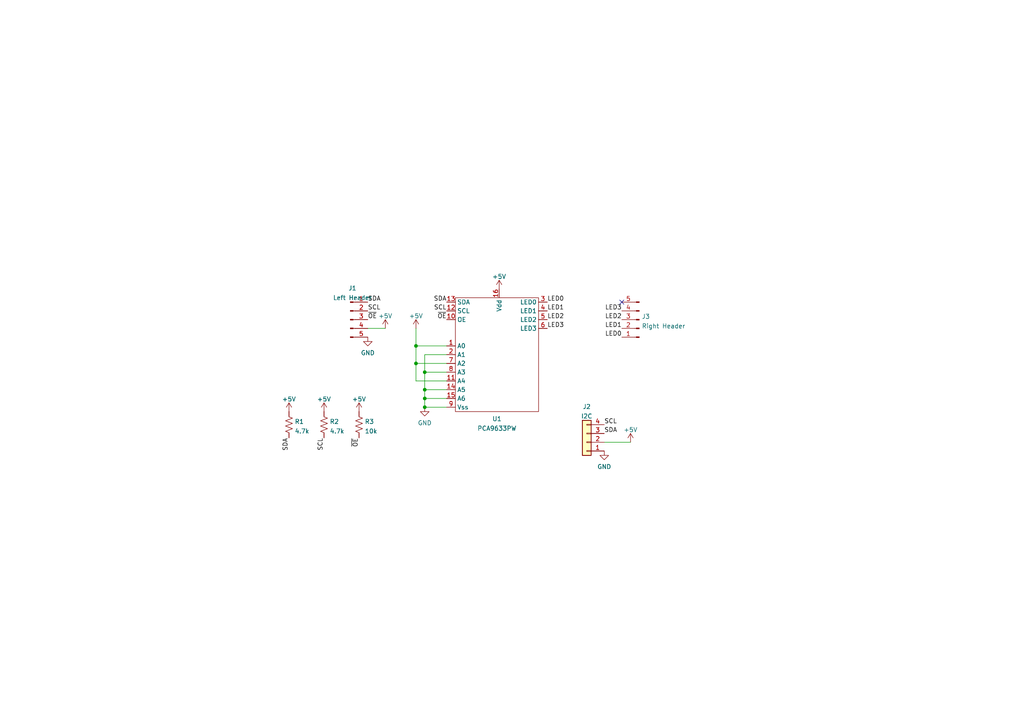
<source format=kicad_sch>
(kicad_sch (version 20211123) (generator eeschema)
  (paper "A4")
  (title_block (title "PCA9633PW Breakout") (date "2022-02-05") (rev "v1") (comment 1 "https://creativecommons.org/licenses/by/4.0/") (comment 2 "CC BY 4.0"))
  (lib_symbols
    (symbol "Connector:Conn_01x05_Male" (pin_names (offset 1.016) hide)
      (property "Reference" "J" (at 0 7.62 0))
      (property "Value" "Conn_01x05_Male" (at 0 -7.62 0))
      (symbol "Conn_01x05_Male_1_1"
        (polyline (pts (xy 1.27 -5.08) (xy 0.8636 -5.08)) (stroke (width 0.1524)))
        (polyline (pts (xy 1.27 -2.54) (xy 0.8636 -2.54)) (stroke (width 0.1524)))
        (polyline (pts (xy 1.27 0) (xy 0.8636 0)) (stroke (width 0.1524)))
        (polyline (pts (xy 1.27 2.54) (xy 0.8636 2.54)) (stroke (width 0.1524)))
        (polyline (pts (xy 1.27 5.08) (xy 0.8636 5.08)) (stroke (width 0.1524)))
        (rectangle (start 0.8636 -4.953) (end 0 -5.207) (stroke (width 0.1524)) (fill (type outline)))
        (rectangle (start 0.8636 -2.413) (end 0 -2.667) (stroke (width 0.1524)) (fill (type outline)))
        (rectangle (start 0.8636 0.127) (end 0 -0.127) (stroke (width 0.1524)) (fill (type outline)))
        (rectangle (start 0.8636 2.667) (end 0 2.413) (stroke (width 0.1524)) (fill (type outline)))
        (rectangle (start 0.8636 5.207) (end 0 4.953) (stroke (width 0.1524)) (fill (type outline)))
        (pin passive line (at 5.08 5.08 180) (length 3.81) (name "Pin_1") (number "1"))
        (pin passive line (at 5.08 2.54 180) (length 3.81) (name "Pin_2") (number "2"))
        (pin passive line (at 5.08 0 180) (length 3.81) (name "Pin_3") (number "3"))
        (pin passive line (at 5.08 -2.54 180) (length 3.81) (name "Pin_4") (number "4"))
        (pin passive line (at 5.08 -5.08 180) (length 3.81) (name "Pin_5") (number "5"))
      )
    )
    (symbol "Connector_Generic:Conn_01x04" (pin_names (offset 1.016) hide)
      (property "Reference" "J" (at 0 5.08 0))
      (property "Value" "Conn_01x04" (at 0 -7.62 0))
      (symbol "Conn_01x04_1_1"
        (rectangle (start -1.27 -4.953) (end 0 -5.207) (stroke (width 0.1524)))
        (rectangle (start -1.27 -2.413) (end 0 -2.667) (stroke (width 0.1524)))
        (rectangle (start -1.27 0.127) (end 0 -0.127) (stroke (width 0.1524)))
        (rectangle (start -1.27 2.667) (end 0 2.413) (stroke (width 0.1524)))
        (rectangle (start -1.27 3.81) (end 1.27 -6.35) (stroke (width 0.254)) (fill (type background)))
        (pin passive line (at -5.08 2.54 0) (length 3.81) (name "Pin_1") (number "1"))
        (pin passive line (at -5.08 0 0) (length 3.81) (name "Pin_2") (number "2"))
        (pin passive line (at -5.08 -2.54 0) (length 3.81) (name "Pin_3") (number "3"))
        (pin passive line (at -5.08 -5.08 0) (length 3.81) (name "Pin_4") (number "4"))
      )
    )
    (symbol "Device:R_US" (pin_numbers hide) (pin_names (offset 0))
      (property "Reference" "R" (at 2.54 0 90))
      (property "Value" "R_US" (at -2.54 0 90))
      (symbol "R_US_0_1"
        (polyline (pts (xy 0 -2.286) (xy 0 -2.54)))
        (polyline (pts (xy 0 2.286) (xy 0 2.54)))
        (polyline (pts (xy 0 -0.762) (xy 1.016 -1.143) (xy 0 -1.524) (xy -1.016 -1.905) (xy 0 -2.286)))
        (polyline (pts (xy 0 0.762) (xy 1.016 0.381) (xy 0 0) (xy -1.016 -0.381) (xy 0 -0.762)))
        (polyline (pts (xy 0 2.286) (xy 1.016 1.905) (xy 0 1.524) (xy -1.016 1.143) (xy 0 0.762)))
      )
      (symbol "R_US_1_1"
        (pin passive line (at 0 3.81 270) (length 1.27) (name "~") (number "1"))
        (pin passive line (at 0 -3.81 90) (length 1.27) (name "~") (number "2"))
      )
    )
    (symbol "Driver_LED:PCA9633PW"
      (property "Reference" "U" (at 0 0 0))
      (property "Value" "PCA9633PW" (at 0 5.08 0))
      (symbol "PCA9633PW_0_1"
        (rectangle (start 11.43 -16.51) (end -12.7 16.51) (stroke (width 0.1524)))
      )
      (symbol "PCA9633PW_1_1"
        (pin input line (at -15.24 2.54 0) (length 2.54) (name "A0") (number "1"))
        (pin input line (at -15.24 10.16 0) (length 2.54) (name "OE") (number "10"))
        (pin input line (at -15.24 -7.62 0) (length 2.54) (name "A4") (number "11"))
        (pin input line (at -15.24 12.7 0) (length 2.54) (name "SCL") (number "12"))
        (pin input line (at -15.24 15.24 0) (length 2.54) (name "SDA") (number "13"))
        (pin input line (at -15.24 -10.16 0) (length 2.54) (name "A5") (number "14"))
        (pin input line (at -15.24 -12.7 0) (length 2.54) (name "A6") (number "15"))
        (pin power_in line (at 0 19.05 270) (length 2.54) (name "Vdd") (number "16"))
        (pin input line (at -15.24 0 0) (length 2.54) (name "A1") (number "2"))
        (pin output line (at 13.97 15.24 180) (length 2.54) (name "LED0") (number "3"))
        (pin output line (at 13.97 12.7 180) (length 2.54) (name "LED1") (number "4"))
        (pin output line (at 13.97 10.16 180) (length 2.54) (name "LED2") (number "5"))
        (pin output line (at 13.97 7.62 180) (length 2.54) (name "LED3") (number "6"))
        (pin input line (at -15.24 -2.54 0) (length 2.54) (name "A2") (number "7"))
        (pin input line (at -15.24 -5.08 0) (length 2.54) (name "A3") (number "8"))
        (pin power_in line (at -15.24 -15.24 0) (length 2.54) (name "Vss") (number "9"))
      )
    )
    (symbol "power:+5V" (power) (pin_names (offset 0))
      (property "Value" "+5V" (at 0 3.556 0))
      (symbol "+5V_0_1"
        (polyline (pts (xy -0.762 1.27) (xy 0 2.54)))
        (polyline (pts (xy 0 0) (xy 0 2.54)))
        (polyline (pts (xy 0 2.54) (xy 0.762 1.27)))
      )
      (symbol "+5V_1_1"
        (pin power_in line (at 0 0 90) (length 0) hide (name "+5V") (number "1"))
      )
    )
    (symbol "power:GND" (power) (pin_names (offset 0))
      (property "Value" "GND" (at 0 -3.81 0))
      (symbol "GND_0_1"
        (polyline (pts (xy 0 0) (xy 0 -1.27) (xy 1.27 -1.27) (xy 0 -2.54) (xy -1.27 -1.27) (xy 0 -1.27)))
      )
      (symbol "GND_1_1"
        (pin power_in line (at 0 0 270) (length 0) hide (name "GND") (number "1"))
      )
    )
  )
  (junction (at 123.19 107.95))
  (junction (at 123.19 113.03))
  (junction (at 123.19 115.57))
  (junction (at 120.65 100.33))
  (junction (at 120.65 105.41))
  (junction (at 123.19 118.11))
  (no_connect (at 180.34 87.63))
  (wire (pts (xy 129.54 115.57) (xy 123.19 115.57)))
  (wire (pts (xy 106.68 95.25) (xy 111.76 95.25)))
  (wire (pts (xy 123.19 118.11) (xy 129.54 118.11)))
  (wire (pts (xy 123.19 113.03) (xy 123.19 115.57)))
  (wire (pts (xy 120.65 100.33) (xy 120.65 95.25)))
  (wire (pts (xy 129.54 105.41) (xy 120.65 105.41)))
  (wire (pts (xy 129.54 113.03) (xy 123.19 113.03)))
  (wire (pts (xy 129.54 102.87) (xy 123.19 102.87)))
  (wire (pts (xy 123.19 115.57) (xy 123.19 118.11)))
  (wire (pts (xy 120.65 110.49) (xy 120.65 105.41)))
  (wire (pts (xy 129.54 107.95) (xy 123.19 107.95)))
  (wire (pts (xy 123.19 107.95) (xy 123.19 113.03)))
  (wire (pts (xy 120.65 105.41) (xy 120.65 100.33)))
  (wire (pts (xy 129.54 100.33) (xy 120.65 100.33)))
  (wire (pts (xy 123.19 102.87) (xy 123.19 107.95)))
  (wire (pts (xy 175.26 128.27) (xy 182.88 128.27)))
  (wire (pts (xy 129.54 110.49) (xy 120.65 110.49)))
  (label "LED3" (at 158.75 95.25 0))
  (label "LED3" (at 180.34 90.17 180))
  (label "~{OE}" (at 129.54 92.71 180))
  (label "SCL" (at 106.68 90.17 0))
  (label "LED0" (at 158.75 87.63 0))
  (label "SDA" (at 175.26 125.73 0))
  (label "LED1" (at 180.34 95.25 180))
  (label "SCL" (at 93.98 127 270))
  (label "~{OE}" (at 104.14 127 270))
  (label "SDA" (at 83.82 127 270))
  (label "LED0" (at 180.34 97.79 180))
  (label "LED2" (at 180.34 92.71 180))
  (label "LED2" (at 158.75 92.71 0))
  (label "LED1" (at 158.75 90.17 0))
  (label "SCL" (at 129.54 90.17 180))
  (label "SCL" (at 175.26 123.19 0))
  (label "~{OE}" (at 106.68 92.71 0))
  (label "SDA" (at 129.54 87.63 180))
  (label "SDA" (at 106.68 87.63 0))
  (symbol (lib_id "Connector:Conn_01x05_Male") (at 185.42 92.71 180) (unit 1)
    (property "Reference" "J3" (at 186.1312 91.8015 0) (effects (justify right)))
    (property "Value" "Right Header" (at 186.1312 94.5766 0) (effects (justify right)))
    (property "Footprint" "Connector_PinHeader_2.54mm:PinHeader_1x05_P2.54mm_Vertical" (effects hide))
  )
  (symbol (lib_id "power:+5V") (at 144.78 83.82 0) (unit 1)
    (property "Reference" "#PWR0101" (effects hide))
    (property "Value" "+5V" (at 144.78 80.2155 0))
  )
  (symbol (lib_id "Connector_Generic:Conn_01x04") (at 170.18 128.27 180) (unit 1)
    (property "Reference" "J2" (at 170.18 117.9535 0))
    (property "Value" "I2C" (at 170.18 120.7286 0))
    (property "Footprint" "Connector_JST:JST_SH_BM04B-SRSS-TB_1x04-1MP_P1.00mm_Vertical" (effects hide))
  )
  (symbol (lib_id "power:+5V") (at 93.98 119.38 0) (unit 1)
    (property "Reference" "#PWR0105" (effects hide))
    (property "Value" "+5V" (at 93.98 115.7755 0))
  )
  (symbol (lib_id "Device:R_US") (at 104.14 123.19 0) (unit 1)
    (property "Reference" "R3" (at 105.791 122.2815 0) (effects (justify left)))
    (property "Value" "10k" (at 105.791 125.0566 0) (effects (justify left)))
    (property "Footprint" "Resistor_SMD:R_1206_3216Metric_Pad1.30x1.75mm_HandSolder" (effects hide))
  )
  (symbol (lib_id "Device:R_US") (at 93.98 123.19 0) (unit 1)
    (property "Reference" "R2" (at 95.631 122.2815 0) (effects (justify left)))
    (property "Value" "4.7k" (at 95.631 125.0566 0) (effects (justify left)))
    (property "Footprint" "Resistor_SMD:R_1206_3216Metric_Pad1.30x1.75mm_HandSolder" (effects hide))
  )
  (symbol (lib_id "power:GND") (at 175.26 130.81 0) (unit 1)
    (property "Reference" "#PWR0103" (effects hide))
    (property "Value" "GND" (at 175.26 135.3725 0))
  )
  (symbol (lib_id "Device:R_US") (at 83.82 123.19 0) (unit 1)
    (property "Reference" "R1" (at 85.471 122.2815 0) (effects (justify left)))
    (property "Value" "4.7k" (at 85.471 125.0566 0) (effects (justify left)))
    (property "Footprint" "Resistor_SMD:R_1206_3216Metric_Pad1.30x1.75mm_HandSolder" (effects hide))
  )
  (symbol (lib_id "power:GND") (at 106.68 97.79 0) (unit 1)
    (property "Reference" "#PWR0107" (effects hide))
    (property "Value" "GND" (at 106.68 102.3525 0))
  )
  (symbol (lib_id "Driver_LED:PCA9633PW") (at 144.78 102.87 0) (unit 1)
    (property "Reference" "U1" (at 144.145 121.4787 0))
    (property "Value" "PCA9633PW" (at 144.145 124.2538 0))
    (property "Footprint" "Package_SO:TSSOP-16_4.4x5mm_P0.65mm" (effects hide))
    (property "Datasheet" "https://www.nxp.com/docs/en/data-sheet/PCA9633.pdf" (effects hide))
  )
  (symbol (lib_id "power:+5V") (at 111.76 95.25 0) (unit 1)
    (property "Reference" "#PWR0109" (effects hide))
    (property "Value" "+5V" (at 111.76 91.6455 0))
  )
  (symbol (lib_id "power:+5V") (at 182.88 128.27 0) (unit 1)
    (property "Reference" "#PWR0102" (effects hide))
    (property "Value" "+5V" (at 182.88 124.6655 0))
  )
  (symbol (lib_id "power:+5V") (at 120.65 95.25 0) (unit 1)
    (property "Reference" "#PWR0110" (effects hide))
    (property "Value" "+5V" (at 120.65 91.6455 0))
  )
  (symbol (lib_id "power:GND") (at 123.19 118.11 0) (unit 1)
    (property "Reference" "#PWR0108" (effects hide))
    (property "Value" "GND" (at 123.19 122.6725 0))
  )
  (symbol (lib_id "Connector:Conn_01x05_Male") (at 101.6 92.71 0) (unit 1)
    (property "Reference" "J1" (at 102.235 83.5873 0))
    (property "Value" "Left Header" (at 102.235 86.3624 0))
    (property "Footprint" "Connector_PinHeader_2.54mm:PinHeader_1x05_P2.54mm_Vertical" (effects hide))
  )
  (symbol (lib_id "power:+5V") (at 83.82 119.38 0) (unit 1)
    (property "Reference" "#PWR0104" (effects hide))
    (property "Value" "+5V" (at 83.82 115.7755 0))
  )
  (symbol (lib_id "power:+5V") (at 104.14 119.38 0) (unit 1)
    (property "Reference" "#PWR0106" (effects hide))
    (property "Value" "+5V" (at 104.14 115.7755 0))
  )
)
</source>
